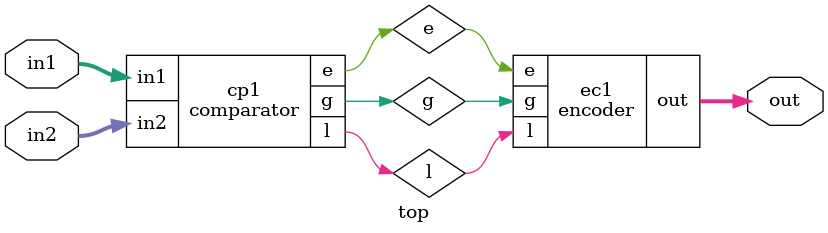
<source format=v>

module comparator (
    in1,in2,g,e,l
);

    input [7:0]in1,in2;
    output g,e,l;
    assign {g,e,l} = (in1>in2) ? 3'b100 : ( (in1==in2) ? 3'b010 : 3'b001);
    
endmodule

module encoder (g,e,l,out);
    input g,e,l;
    output reg [1:0] out;

    always @(g,e,l) begin
        if (g==1) 
            out=2'b01;
        else if (e==0)
            out=2'b00;
        else
            out=2'b10;
    end

endmodule


module top(in1,in2,out);
    input [7:0]in1,in2;
    output [1:0]out;
    wire g,e,l;

    comparator cp1(in1,in2,g,e,l);
    encoder ec1(g,e,l,out);

endmodule
</source>
